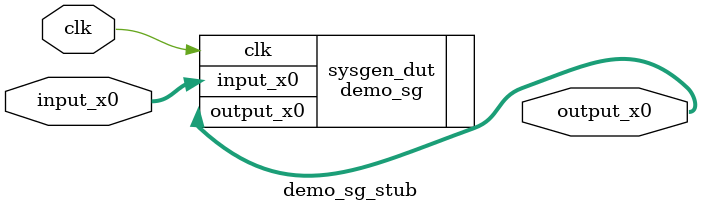
<source format=v>
`timescale 1 ns / 10 ps
module demo_sg_stub (
  input [32-1:0] input_x0,
  input clk,
  output [32-1:0] output_x0
);
  demo_sg sysgen_dut (
    .input_x0(input_x0),
    .clk(clk),
    .output_x0(output_x0)
  );
endmodule

</source>
